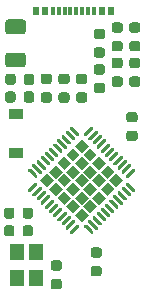
<source format=gtp>
G04 #@! TF.GenerationSoftware,KiCad,Pcbnew,(5.1.6)-1*
G04 #@! TF.CreationDate,2020-10-17T23:14:51+08:00*
G04 #@! TF.ProjectId,Alvaro,416c7661-726f-42e6-9b69-6361645f7063,C*
G04 #@! TF.SameCoordinates,Original*
G04 #@! TF.FileFunction,Paste,Top*
G04 #@! TF.FilePolarity,Positive*
%FSLAX46Y46*%
G04 Gerber Fmt 4.6, Leading zero omitted, Abs format (unit mm)*
G04 Created by KiCad (PCBNEW (5.1.6)-1) date 2020-10-17 23:14:51*
%MOMM*%
%LPD*%
G01*
G04 APERTURE LIST*
%ADD10R,0.300000X0.800000*%
%ADD11R,0.540000X0.800000*%
%ADD12R,1.200000X0.900000*%
%ADD13C,0.100000*%
%ADD14R,1.200000X1.400000*%
G04 APERTURE END LIST*
G36*
G01*
X26675000Y-36493750D02*
X26675000Y-37006250D01*
G75*
G02*
X26456250Y-37225000I-218750J0D01*
G01*
X26018750Y-37225000D01*
G75*
G02*
X25800000Y-37006250I0J218750D01*
G01*
X25800000Y-36493750D01*
G75*
G02*
X26018750Y-36275000I218750J0D01*
G01*
X26456250Y-36275000D01*
G75*
G02*
X26675000Y-36493750I0J-218750D01*
G01*
G37*
G36*
G01*
X25100000Y-36493750D02*
X25100000Y-37006250D01*
G75*
G02*
X24881250Y-37225000I-218750J0D01*
G01*
X24443750Y-37225000D01*
G75*
G02*
X24225000Y-37006250I0J218750D01*
G01*
X24225000Y-36493750D01*
G75*
G02*
X24443750Y-36275000I218750J0D01*
G01*
X24881250Y-36275000D01*
G75*
G02*
X25100000Y-36493750I0J-218750D01*
G01*
G37*
G36*
G01*
X35456250Y-34300000D02*
X34943750Y-34300000D01*
G75*
G02*
X34725000Y-34081250I0J218750D01*
G01*
X34725000Y-33643750D01*
G75*
G02*
X34943750Y-33425000I218750J0D01*
G01*
X35456250Y-33425000D01*
G75*
G02*
X35675000Y-33643750I0J-218750D01*
G01*
X35675000Y-34081250D01*
G75*
G02*
X35456250Y-34300000I-218750J0D01*
G01*
G37*
G36*
G01*
X35456250Y-35875000D02*
X34943750Y-35875000D01*
G75*
G02*
X34725000Y-35656250I0J218750D01*
G01*
X34725000Y-35218750D01*
G75*
G02*
X34943750Y-35000000I218750J0D01*
G01*
X35456250Y-35000000D01*
G75*
G02*
X35675000Y-35218750I0J-218750D01*
G01*
X35675000Y-35656250D01*
G75*
G02*
X35456250Y-35875000I-218750J0D01*
G01*
G37*
G36*
G01*
X25725000Y-31425000D02*
X24475000Y-31425000D01*
G75*
G02*
X24225000Y-31175000I0J250000D01*
G01*
X24225000Y-30425000D01*
G75*
G02*
X24475000Y-30175000I250000J0D01*
G01*
X25725000Y-30175000D01*
G75*
G02*
X25975000Y-30425000I0J-250000D01*
G01*
X25975000Y-31175000D01*
G75*
G02*
X25725000Y-31425000I-250000J0D01*
G01*
G37*
G36*
G01*
X25725000Y-34225000D02*
X24475000Y-34225000D01*
G75*
G02*
X24225000Y-33975000I0J250000D01*
G01*
X24225000Y-33225000D01*
G75*
G02*
X24475000Y-32975000I250000J0D01*
G01*
X25725000Y-32975000D01*
G75*
G02*
X25975000Y-33225000I0J-250000D01*
G01*
X25975000Y-33975000D01*
G75*
G02*
X25725000Y-34225000I-250000J0D01*
G01*
G37*
D10*
X31758000Y-29500000D03*
X28750000Y-29500000D03*
D11*
X26800000Y-29500000D03*
X33200000Y-29500000D03*
X32400000Y-29500000D03*
X27600000Y-29500000D03*
D10*
X29250000Y-29500000D03*
X30750000Y-29500000D03*
X29750000Y-29500000D03*
X30250000Y-29500000D03*
X31250000Y-29500000D03*
X28250000Y-29500000D03*
D12*
X25100000Y-38200000D03*
X25100000Y-41500000D03*
D13*
G36*
X30113101Y-46713280D02*
G01*
X30700000Y-46126381D01*
X31286899Y-46713280D01*
X30700000Y-47300179D01*
X30113101Y-46713280D01*
G37*
G36*
X30841421Y-45984960D02*
G01*
X31428320Y-45398061D01*
X32015219Y-45984960D01*
X31428320Y-46571859D01*
X30841421Y-45984960D01*
G37*
G36*
X31569741Y-45256640D02*
G01*
X32156640Y-44669741D01*
X32743539Y-45256640D01*
X32156640Y-45843539D01*
X31569741Y-45256640D01*
G37*
G36*
X32298061Y-44528320D02*
G01*
X32884960Y-43941421D01*
X33471859Y-44528320D01*
X32884960Y-45115219D01*
X32298061Y-44528320D01*
G37*
G36*
X33026381Y-43800000D02*
G01*
X33613280Y-43213101D01*
X34200179Y-43800000D01*
X33613280Y-44386899D01*
X33026381Y-43800000D01*
G37*
G36*
X29384781Y-45984960D02*
G01*
X29971680Y-45398061D01*
X30558579Y-45984960D01*
X29971680Y-46571859D01*
X29384781Y-45984960D01*
G37*
G36*
X30113101Y-45256640D02*
G01*
X30700000Y-44669741D01*
X31286899Y-45256640D01*
X30700000Y-45843539D01*
X30113101Y-45256640D01*
G37*
G36*
X30841421Y-44528320D02*
G01*
X31428320Y-43941421D01*
X32015219Y-44528320D01*
X31428320Y-45115219D01*
X30841421Y-44528320D01*
G37*
G36*
X31569741Y-43800000D02*
G01*
X32156640Y-43213101D01*
X32743539Y-43800000D01*
X32156640Y-44386899D01*
X31569741Y-43800000D01*
G37*
G36*
X32298061Y-43071680D02*
G01*
X32884960Y-42484781D01*
X33471859Y-43071680D01*
X32884960Y-43658579D01*
X32298061Y-43071680D01*
G37*
G36*
X28656461Y-45256640D02*
G01*
X29243360Y-44669741D01*
X29830259Y-45256640D01*
X29243360Y-45843539D01*
X28656461Y-45256640D01*
G37*
G36*
X29384781Y-44528320D02*
G01*
X29971680Y-43941421D01*
X30558579Y-44528320D01*
X29971680Y-45115219D01*
X29384781Y-44528320D01*
G37*
G36*
X30113101Y-43800000D02*
G01*
X30700000Y-43213101D01*
X31286899Y-43800000D01*
X30700000Y-44386899D01*
X30113101Y-43800000D01*
G37*
G36*
X30841421Y-43071680D02*
G01*
X31428320Y-42484781D01*
X32015219Y-43071680D01*
X31428320Y-43658579D01*
X30841421Y-43071680D01*
G37*
G36*
X31569741Y-42343360D02*
G01*
X32156640Y-41756461D01*
X32743539Y-42343360D01*
X32156640Y-42930259D01*
X31569741Y-42343360D01*
G37*
G36*
X27928141Y-44528320D02*
G01*
X28515040Y-43941421D01*
X29101939Y-44528320D01*
X28515040Y-45115219D01*
X27928141Y-44528320D01*
G37*
G36*
X28656461Y-43800000D02*
G01*
X29243360Y-43213101D01*
X29830259Y-43800000D01*
X29243360Y-44386899D01*
X28656461Y-43800000D01*
G37*
G36*
X29384781Y-43071680D02*
G01*
X29971680Y-42484781D01*
X30558579Y-43071680D01*
X29971680Y-43658579D01*
X29384781Y-43071680D01*
G37*
G36*
X30113101Y-42343360D02*
G01*
X30700000Y-41756461D01*
X31286899Y-42343360D01*
X30700000Y-42930259D01*
X30113101Y-42343360D01*
G37*
G36*
X30841421Y-41615040D02*
G01*
X31428320Y-41028141D01*
X32015219Y-41615040D01*
X31428320Y-42201939D01*
X30841421Y-41615040D01*
G37*
G36*
X27199821Y-43800000D02*
G01*
X27786720Y-43213101D01*
X28373619Y-43800000D01*
X27786720Y-44386899D01*
X27199821Y-43800000D01*
G37*
G36*
X27928141Y-43071680D02*
G01*
X28515040Y-42484781D01*
X29101939Y-43071680D01*
X28515040Y-43658579D01*
X27928141Y-43071680D01*
G37*
G36*
X28656461Y-42343360D02*
G01*
X29243360Y-41756461D01*
X29830259Y-42343360D01*
X29243360Y-42930259D01*
X28656461Y-42343360D01*
G37*
G36*
X29384781Y-41615040D02*
G01*
X29971680Y-41028141D01*
X30558579Y-41615040D01*
X29971680Y-42201939D01*
X29384781Y-41615040D01*
G37*
G36*
X30113101Y-40886720D02*
G01*
X30700000Y-40299821D01*
X31286899Y-40886720D01*
X30700000Y-41473619D01*
X30113101Y-40886720D01*
G37*
G36*
G01*
X30912132Y-40052334D02*
X30912132Y-40052334D01*
G75*
G02*
X30912132Y-39840202I106066J106066D01*
G01*
X31477818Y-39274516D01*
G75*
G02*
X31689950Y-39274516I106066J-106066D01*
G01*
X31689950Y-39274516D01*
G75*
G02*
X31689950Y-39486648I-106066J-106066D01*
G01*
X31124264Y-40052334D01*
G75*
G02*
X30912132Y-40052334I-106066J106066D01*
G01*
G37*
G36*
G01*
X31265685Y-40405888D02*
X31265685Y-40405888D01*
G75*
G02*
X31265685Y-40193756I106066J106066D01*
G01*
X31831371Y-39628070D01*
G75*
G02*
X32043503Y-39628070I106066J-106066D01*
G01*
X32043503Y-39628070D01*
G75*
G02*
X32043503Y-39840202I-106066J-106066D01*
G01*
X31477817Y-40405888D01*
G75*
G02*
X31265685Y-40405888I-106066J106066D01*
G01*
G37*
G36*
G01*
X31619239Y-40759441D02*
X31619239Y-40759441D01*
G75*
G02*
X31619239Y-40547309I106066J106066D01*
G01*
X32184925Y-39981623D01*
G75*
G02*
X32397057Y-39981623I106066J-106066D01*
G01*
X32397057Y-39981623D01*
G75*
G02*
X32397057Y-40193755I-106066J-106066D01*
G01*
X31831371Y-40759441D01*
G75*
G02*
X31619239Y-40759441I-106066J106066D01*
G01*
G37*
G36*
G01*
X31972792Y-41112995D02*
X31972792Y-41112995D01*
G75*
G02*
X31972792Y-40900863I106066J106066D01*
G01*
X32538478Y-40335177D01*
G75*
G02*
X32750610Y-40335177I106066J-106066D01*
G01*
X32750610Y-40335177D01*
G75*
G02*
X32750610Y-40547309I-106066J-106066D01*
G01*
X32184924Y-41112995D01*
G75*
G02*
X31972792Y-41112995I-106066J106066D01*
G01*
G37*
G36*
G01*
X32326345Y-41466548D02*
X32326345Y-41466548D01*
G75*
G02*
X32326345Y-41254416I106066J106066D01*
G01*
X32892031Y-40688730D01*
G75*
G02*
X33104163Y-40688730I106066J-106066D01*
G01*
X33104163Y-40688730D01*
G75*
G02*
X33104163Y-40900862I-106066J-106066D01*
G01*
X32538477Y-41466548D01*
G75*
G02*
X32326345Y-41466548I-106066J106066D01*
G01*
G37*
G36*
G01*
X32679899Y-41820101D02*
X32679899Y-41820101D01*
G75*
G02*
X32679899Y-41607969I106066J106066D01*
G01*
X33245585Y-41042283D01*
G75*
G02*
X33457717Y-41042283I106066J-106066D01*
G01*
X33457717Y-41042283D01*
G75*
G02*
X33457717Y-41254415I-106066J-106066D01*
G01*
X32892031Y-41820101D01*
G75*
G02*
X32679899Y-41820101I-106066J106066D01*
G01*
G37*
G36*
G01*
X33033452Y-42173655D02*
X33033452Y-42173655D01*
G75*
G02*
X33033452Y-41961523I106066J106066D01*
G01*
X33599138Y-41395837D01*
G75*
G02*
X33811270Y-41395837I106066J-106066D01*
G01*
X33811270Y-41395837D01*
G75*
G02*
X33811270Y-41607969I-106066J-106066D01*
G01*
X33245584Y-42173655D01*
G75*
G02*
X33033452Y-42173655I-106066J106066D01*
G01*
G37*
G36*
G01*
X33387005Y-42527208D02*
X33387005Y-42527208D01*
G75*
G02*
X33387005Y-42315076I106066J106066D01*
G01*
X33952691Y-41749390D01*
G75*
G02*
X34164823Y-41749390I106066J-106066D01*
G01*
X34164823Y-41749390D01*
G75*
G02*
X34164823Y-41961522I-106066J-106066D01*
G01*
X33599137Y-42527208D01*
G75*
G02*
X33387005Y-42527208I-106066J106066D01*
G01*
G37*
G36*
G01*
X33740559Y-42880761D02*
X33740559Y-42880761D01*
G75*
G02*
X33740559Y-42668629I106066J106066D01*
G01*
X34306245Y-42102943D01*
G75*
G02*
X34518377Y-42102943I106066J-106066D01*
G01*
X34518377Y-42102943D01*
G75*
G02*
X34518377Y-42315075I-106066J-106066D01*
G01*
X33952691Y-42880761D01*
G75*
G02*
X33740559Y-42880761I-106066J106066D01*
G01*
G37*
G36*
G01*
X34094112Y-43234315D02*
X34094112Y-43234315D01*
G75*
G02*
X34094112Y-43022183I106066J106066D01*
G01*
X34659798Y-42456497D01*
G75*
G02*
X34871930Y-42456497I106066J-106066D01*
G01*
X34871930Y-42456497D01*
G75*
G02*
X34871930Y-42668629I-106066J-106066D01*
G01*
X34306244Y-43234315D01*
G75*
G02*
X34094112Y-43234315I-106066J106066D01*
G01*
G37*
G36*
G01*
X34447666Y-43587868D02*
X34447666Y-43587868D01*
G75*
G02*
X34447666Y-43375736I106066J106066D01*
G01*
X35013352Y-42810050D01*
G75*
G02*
X35225484Y-42810050I106066J-106066D01*
G01*
X35225484Y-42810050D01*
G75*
G02*
X35225484Y-43022182I-106066J-106066D01*
G01*
X34659798Y-43587868D01*
G75*
G02*
X34447666Y-43587868I-106066J106066D01*
G01*
G37*
G36*
G01*
X34447666Y-44012132D02*
X34447666Y-44012132D01*
G75*
G02*
X34659798Y-44012132I106066J-106066D01*
G01*
X35225484Y-44577818D01*
G75*
G02*
X35225484Y-44789950I-106066J-106066D01*
G01*
X35225484Y-44789950D01*
G75*
G02*
X35013352Y-44789950I-106066J106066D01*
G01*
X34447666Y-44224264D01*
G75*
G02*
X34447666Y-44012132I106066J106066D01*
G01*
G37*
G36*
G01*
X34094112Y-44365685D02*
X34094112Y-44365685D01*
G75*
G02*
X34306244Y-44365685I106066J-106066D01*
G01*
X34871930Y-44931371D01*
G75*
G02*
X34871930Y-45143503I-106066J-106066D01*
G01*
X34871930Y-45143503D01*
G75*
G02*
X34659798Y-45143503I-106066J106066D01*
G01*
X34094112Y-44577817D01*
G75*
G02*
X34094112Y-44365685I106066J106066D01*
G01*
G37*
G36*
G01*
X33740559Y-44719239D02*
X33740559Y-44719239D01*
G75*
G02*
X33952691Y-44719239I106066J-106066D01*
G01*
X34518377Y-45284925D01*
G75*
G02*
X34518377Y-45497057I-106066J-106066D01*
G01*
X34518377Y-45497057D01*
G75*
G02*
X34306245Y-45497057I-106066J106066D01*
G01*
X33740559Y-44931371D01*
G75*
G02*
X33740559Y-44719239I106066J106066D01*
G01*
G37*
G36*
G01*
X33387005Y-45072792D02*
X33387005Y-45072792D01*
G75*
G02*
X33599137Y-45072792I106066J-106066D01*
G01*
X34164823Y-45638478D01*
G75*
G02*
X34164823Y-45850610I-106066J-106066D01*
G01*
X34164823Y-45850610D01*
G75*
G02*
X33952691Y-45850610I-106066J106066D01*
G01*
X33387005Y-45284924D01*
G75*
G02*
X33387005Y-45072792I106066J106066D01*
G01*
G37*
G36*
G01*
X33033452Y-45426345D02*
X33033452Y-45426345D01*
G75*
G02*
X33245584Y-45426345I106066J-106066D01*
G01*
X33811270Y-45992031D01*
G75*
G02*
X33811270Y-46204163I-106066J-106066D01*
G01*
X33811270Y-46204163D01*
G75*
G02*
X33599138Y-46204163I-106066J106066D01*
G01*
X33033452Y-45638477D01*
G75*
G02*
X33033452Y-45426345I106066J106066D01*
G01*
G37*
G36*
G01*
X32679899Y-45779899D02*
X32679899Y-45779899D01*
G75*
G02*
X32892031Y-45779899I106066J-106066D01*
G01*
X33457717Y-46345585D01*
G75*
G02*
X33457717Y-46557717I-106066J-106066D01*
G01*
X33457717Y-46557717D01*
G75*
G02*
X33245585Y-46557717I-106066J106066D01*
G01*
X32679899Y-45992031D01*
G75*
G02*
X32679899Y-45779899I106066J106066D01*
G01*
G37*
G36*
G01*
X32326345Y-46133452D02*
X32326345Y-46133452D01*
G75*
G02*
X32538477Y-46133452I106066J-106066D01*
G01*
X33104163Y-46699138D01*
G75*
G02*
X33104163Y-46911270I-106066J-106066D01*
G01*
X33104163Y-46911270D01*
G75*
G02*
X32892031Y-46911270I-106066J106066D01*
G01*
X32326345Y-46345584D01*
G75*
G02*
X32326345Y-46133452I106066J106066D01*
G01*
G37*
G36*
G01*
X31972792Y-46487005D02*
X31972792Y-46487005D01*
G75*
G02*
X32184924Y-46487005I106066J-106066D01*
G01*
X32750610Y-47052691D01*
G75*
G02*
X32750610Y-47264823I-106066J-106066D01*
G01*
X32750610Y-47264823D01*
G75*
G02*
X32538478Y-47264823I-106066J106066D01*
G01*
X31972792Y-46699137D01*
G75*
G02*
X31972792Y-46487005I106066J106066D01*
G01*
G37*
G36*
G01*
X31619239Y-46840559D02*
X31619239Y-46840559D01*
G75*
G02*
X31831371Y-46840559I106066J-106066D01*
G01*
X32397057Y-47406245D01*
G75*
G02*
X32397057Y-47618377I-106066J-106066D01*
G01*
X32397057Y-47618377D01*
G75*
G02*
X32184925Y-47618377I-106066J106066D01*
G01*
X31619239Y-47052691D01*
G75*
G02*
X31619239Y-46840559I106066J106066D01*
G01*
G37*
G36*
G01*
X31265685Y-47194112D02*
X31265685Y-47194112D01*
G75*
G02*
X31477817Y-47194112I106066J-106066D01*
G01*
X32043503Y-47759798D01*
G75*
G02*
X32043503Y-47971930I-106066J-106066D01*
G01*
X32043503Y-47971930D01*
G75*
G02*
X31831371Y-47971930I-106066J106066D01*
G01*
X31265685Y-47406244D01*
G75*
G02*
X31265685Y-47194112I106066J106066D01*
G01*
G37*
G36*
G01*
X30912132Y-47547666D02*
X30912132Y-47547666D01*
G75*
G02*
X31124264Y-47547666I106066J-106066D01*
G01*
X31689950Y-48113352D01*
G75*
G02*
X31689950Y-48325484I-106066J-106066D01*
G01*
X31689950Y-48325484D01*
G75*
G02*
X31477818Y-48325484I-106066J106066D01*
G01*
X30912132Y-47759798D01*
G75*
G02*
X30912132Y-47547666I106066J106066D01*
G01*
G37*
G36*
G01*
X29710050Y-48325484D02*
X29710050Y-48325484D01*
G75*
G02*
X29710050Y-48113352I106066J106066D01*
G01*
X30275736Y-47547666D01*
G75*
G02*
X30487868Y-47547666I106066J-106066D01*
G01*
X30487868Y-47547666D01*
G75*
G02*
X30487868Y-47759798I-106066J-106066D01*
G01*
X29922182Y-48325484D01*
G75*
G02*
X29710050Y-48325484I-106066J106066D01*
G01*
G37*
G36*
G01*
X29356497Y-47971930D02*
X29356497Y-47971930D01*
G75*
G02*
X29356497Y-47759798I106066J106066D01*
G01*
X29922183Y-47194112D01*
G75*
G02*
X30134315Y-47194112I106066J-106066D01*
G01*
X30134315Y-47194112D01*
G75*
G02*
X30134315Y-47406244I-106066J-106066D01*
G01*
X29568629Y-47971930D01*
G75*
G02*
X29356497Y-47971930I-106066J106066D01*
G01*
G37*
G36*
G01*
X29002943Y-47618377D02*
X29002943Y-47618377D01*
G75*
G02*
X29002943Y-47406245I106066J106066D01*
G01*
X29568629Y-46840559D01*
G75*
G02*
X29780761Y-46840559I106066J-106066D01*
G01*
X29780761Y-46840559D01*
G75*
G02*
X29780761Y-47052691I-106066J-106066D01*
G01*
X29215075Y-47618377D01*
G75*
G02*
X29002943Y-47618377I-106066J106066D01*
G01*
G37*
G36*
G01*
X28649390Y-47264823D02*
X28649390Y-47264823D01*
G75*
G02*
X28649390Y-47052691I106066J106066D01*
G01*
X29215076Y-46487005D01*
G75*
G02*
X29427208Y-46487005I106066J-106066D01*
G01*
X29427208Y-46487005D01*
G75*
G02*
X29427208Y-46699137I-106066J-106066D01*
G01*
X28861522Y-47264823D01*
G75*
G02*
X28649390Y-47264823I-106066J106066D01*
G01*
G37*
G36*
G01*
X28295837Y-46911270D02*
X28295837Y-46911270D01*
G75*
G02*
X28295837Y-46699138I106066J106066D01*
G01*
X28861523Y-46133452D01*
G75*
G02*
X29073655Y-46133452I106066J-106066D01*
G01*
X29073655Y-46133452D01*
G75*
G02*
X29073655Y-46345584I-106066J-106066D01*
G01*
X28507969Y-46911270D01*
G75*
G02*
X28295837Y-46911270I-106066J106066D01*
G01*
G37*
G36*
G01*
X27942283Y-46557717D02*
X27942283Y-46557717D01*
G75*
G02*
X27942283Y-46345585I106066J106066D01*
G01*
X28507969Y-45779899D01*
G75*
G02*
X28720101Y-45779899I106066J-106066D01*
G01*
X28720101Y-45779899D01*
G75*
G02*
X28720101Y-45992031I-106066J-106066D01*
G01*
X28154415Y-46557717D01*
G75*
G02*
X27942283Y-46557717I-106066J106066D01*
G01*
G37*
G36*
G01*
X27588730Y-46204163D02*
X27588730Y-46204163D01*
G75*
G02*
X27588730Y-45992031I106066J106066D01*
G01*
X28154416Y-45426345D01*
G75*
G02*
X28366548Y-45426345I106066J-106066D01*
G01*
X28366548Y-45426345D01*
G75*
G02*
X28366548Y-45638477I-106066J-106066D01*
G01*
X27800862Y-46204163D01*
G75*
G02*
X27588730Y-46204163I-106066J106066D01*
G01*
G37*
G36*
G01*
X27235177Y-45850610D02*
X27235177Y-45850610D01*
G75*
G02*
X27235177Y-45638478I106066J106066D01*
G01*
X27800863Y-45072792D01*
G75*
G02*
X28012995Y-45072792I106066J-106066D01*
G01*
X28012995Y-45072792D01*
G75*
G02*
X28012995Y-45284924I-106066J-106066D01*
G01*
X27447309Y-45850610D01*
G75*
G02*
X27235177Y-45850610I-106066J106066D01*
G01*
G37*
G36*
G01*
X26881623Y-45497057D02*
X26881623Y-45497057D01*
G75*
G02*
X26881623Y-45284925I106066J106066D01*
G01*
X27447309Y-44719239D01*
G75*
G02*
X27659441Y-44719239I106066J-106066D01*
G01*
X27659441Y-44719239D01*
G75*
G02*
X27659441Y-44931371I-106066J-106066D01*
G01*
X27093755Y-45497057D01*
G75*
G02*
X26881623Y-45497057I-106066J106066D01*
G01*
G37*
G36*
G01*
X26528070Y-45143503D02*
X26528070Y-45143503D01*
G75*
G02*
X26528070Y-44931371I106066J106066D01*
G01*
X27093756Y-44365685D01*
G75*
G02*
X27305888Y-44365685I106066J-106066D01*
G01*
X27305888Y-44365685D01*
G75*
G02*
X27305888Y-44577817I-106066J-106066D01*
G01*
X26740202Y-45143503D01*
G75*
G02*
X26528070Y-45143503I-106066J106066D01*
G01*
G37*
G36*
G01*
X26174516Y-44789950D02*
X26174516Y-44789950D01*
G75*
G02*
X26174516Y-44577818I106066J106066D01*
G01*
X26740202Y-44012132D01*
G75*
G02*
X26952334Y-44012132I106066J-106066D01*
G01*
X26952334Y-44012132D01*
G75*
G02*
X26952334Y-44224264I-106066J-106066D01*
G01*
X26386648Y-44789950D01*
G75*
G02*
X26174516Y-44789950I-106066J106066D01*
G01*
G37*
G36*
G01*
X26174516Y-42810050D02*
X26174516Y-42810050D01*
G75*
G02*
X26386648Y-42810050I106066J-106066D01*
G01*
X26952334Y-43375736D01*
G75*
G02*
X26952334Y-43587868I-106066J-106066D01*
G01*
X26952334Y-43587868D01*
G75*
G02*
X26740202Y-43587868I-106066J106066D01*
G01*
X26174516Y-43022182D01*
G75*
G02*
X26174516Y-42810050I106066J106066D01*
G01*
G37*
G36*
G01*
X26528070Y-42456497D02*
X26528070Y-42456497D01*
G75*
G02*
X26740202Y-42456497I106066J-106066D01*
G01*
X27305888Y-43022183D01*
G75*
G02*
X27305888Y-43234315I-106066J-106066D01*
G01*
X27305888Y-43234315D01*
G75*
G02*
X27093756Y-43234315I-106066J106066D01*
G01*
X26528070Y-42668629D01*
G75*
G02*
X26528070Y-42456497I106066J106066D01*
G01*
G37*
G36*
G01*
X26881623Y-42102943D02*
X26881623Y-42102943D01*
G75*
G02*
X27093755Y-42102943I106066J-106066D01*
G01*
X27659441Y-42668629D01*
G75*
G02*
X27659441Y-42880761I-106066J-106066D01*
G01*
X27659441Y-42880761D01*
G75*
G02*
X27447309Y-42880761I-106066J106066D01*
G01*
X26881623Y-42315075D01*
G75*
G02*
X26881623Y-42102943I106066J106066D01*
G01*
G37*
G36*
G01*
X27235177Y-41749390D02*
X27235177Y-41749390D01*
G75*
G02*
X27447309Y-41749390I106066J-106066D01*
G01*
X28012995Y-42315076D01*
G75*
G02*
X28012995Y-42527208I-106066J-106066D01*
G01*
X28012995Y-42527208D01*
G75*
G02*
X27800863Y-42527208I-106066J106066D01*
G01*
X27235177Y-41961522D01*
G75*
G02*
X27235177Y-41749390I106066J106066D01*
G01*
G37*
G36*
G01*
X27588730Y-41395837D02*
X27588730Y-41395837D01*
G75*
G02*
X27800862Y-41395837I106066J-106066D01*
G01*
X28366548Y-41961523D01*
G75*
G02*
X28366548Y-42173655I-106066J-106066D01*
G01*
X28366548Y-42173655D01*
G75*
G02*
X28154416Y-42173655I-106066J106066D01*
G01*
X27588730Y-41607969D01*
G75*
G02*
X27588730Y-41395837I106066J106066D01*
G01*
G37*
G36*
G01*
X27942283Y-41042283D02*
X27942283Y-41042283D01*
G75*
G02*
X28154415Y-41042283I106066J-106066D01*
G01*
X28720101Y-41607969D01*
G75*
G02*
X28720101Y-41820101I-106066J-106066D01*
G01*
X28720101Y-41820101D01*
G75*
G02*
X28507969Y-41820101I-106066J106066D01*
G01*
X27942283Y-41254415D01*
G75*
G02*
X27942283Y-41042283I106066J106066D01*
G01*
G37*
G36*
G01*
X28295837Y-40688730D02*
X28295837Y-40688730D01*
G75*
G02*
X28507969Y-40688730I106066J-106066D01*
G01*
X29073655Y-41254416D01*
G75*
G02*
X29073655Y-41466548I-106066J-106066D01*
G01*
X29073655Y-41466548D01*
G75*
G02*
X28861523Y-41466548I-106066J106066D01*
G01*
X28295837Y-40900862D01*
G75*
G02*
X28295837Y-40688730I106066J106066D01*
G01*
G37*
G36*
G01*
X28649390Y-40335177D02*
X28649390Y-40335177D01*
G75*
G02*
X28861522Y-40335177I106066J-106066D01*
G01*
X29427208Y-40900863D01*
G75*
G02*
X29427208Y-41112995I-106066J-106066D01*
G01*
X29427208Y-41112995D01*
G75*
G02*
X29215076Y-41112995I-106066J106066D01*
G01*
X28649390Y-40547309D01*
G75*
G02*
X28649390Y-40335177I106066J106066D01*
G01*
G37*
G36*
G01*
X29002943Y-39981623D02*
X29002943Y-39981623D01*
G75*
G02*
X29215075Y-39981623I106066J-106066D01*
G01*
X29780761Y-40547309D01*
G75*
G02*
X29780761Y-40759441I-106066J-106066D01*
G01*
X29780761Y-40759441D01*
G75*
G02*
X29568629Y-40759441I-106066J106066D01*
G01*
X29002943Y-40193755D01*
G75*
G02*
X29002943Y-39981623I106066J106066D01*
G01*
G37*
G36*
G01*
X29356497Y-39628070D02*
X29356497Y-39628070D01*
G75*
G02*
X29568629Y-39628070I106066J-106066D01*
G01*
X30134315Y-40193756D01*
G75*
G02*
X30134315Y-40405888I-106066J-106066D01*
G01*
X30134315Y-40405888D01*
G75*
G02*
X29922183Y-40405888I-106066J106066D01*
G01*
X29356497Y-39840202D01*
G75*
G02*
X29356497Y-39628070I106066J106066D01*
G01*
G37*
G36*
G01*
X29710050Y-39274516D02*
X29710050Y-39274516D01*
G75*
G02*
X29922182Y-39274516I106066J-106066D01*
G01*
X30487868Y-39840202D01*
G75*
G02*
X30487868Y-40052334I-106066J-106066D01*
G01*
X30487868Y-40052334D01*
G75*
G02*
X30275736Y-40052334I-106066J106066D01*
G01*
X29710050Y-39486648D01*
G75*
G02*
X29710050Y-39274516I106066J106066D01*
G01*
G37*
G36*
G01*
X24225000Y-35506250D02*
X24225000Y-34993750D01*
G75*
G02*
X24443750Y-34775000I218750J0D01*
G01*
X24881250Y-34775000D01*
G75*
G02*
X25100000Y-34993750I0J-218750D01*
G01*
X25100000Y-35506250D01*
G75*
G02*
X24881250Y-35725000I-218750J0D01*
G01*
X24443750Y-35725000D01*
G75*
G02*
X24225000Y-35506250I0J218750D01*
G01*
G37*
G36*
G01*
X25800000Y-35506250D02*
X25800000Y-34993750D01*
G75*
G02*
X26018750Y-34775000I218750J0D01*
G01*
X26456250Y-34775000D01*
G75*
G02*
X26675000Y-34993750I0J-218750D01*
G01*
X26675000Y-35506250D01*
G75*
G02*
X26456250Y-35725000I-218750J0D01*
G01*
X26018750Y-35725000D01*
G75*
G02*
X25800000Y-35506250I0J218750D01*
G01*
G37*
G36*
G01*
X30956250Y-35650000D02*
X30443750Y-35650000D01*
G75*
G02*
X30225000Y-35431250I0J218750D01*
G01*
X30225000Y-34993750D01*
G75*
G02*
X30443750Y-34775000I218750J0D01*
G01*
X30956250Y-34775000D01*
G75*
G02*
X31175000Y-34993750I0J-218750D01*
G01*
X31175000Y-35431250D01*
G75*
G02*
X30956250Y-35650000I-218750J0D01*
G01*
G37*
G36*
G01*
X30956250Y-37225000D02*
X30443750Y-37225000D01*
G75*
G02*
X30225000Y-37006250I0J218750D01*
G01*
X30225000Y-36568750D01*
G75*
G02*
X30443750Y-36350000I218750J0D01*
G01*
X30956250Y-36350000D01*
G75*
G02*
X31175000Y-36568750I0J-218750D01*
G01*
X31175000Y-37006250D01*
G75*
G02*
X30956250Y-37225000I-218750J0D01*
G01*
G37*
G36*
G01*
X29456250Y-35650000D02*
X28943750Y-35650000D01*
G75*
G02*
X28725000Y-35431250I0J218750D01*
G01*
X28725000Y-34993750D01*
G75*
G02*
X28943750Y-34775000I218750J0D01*
G01*
X29456250Y-34775000D01*
G75*
G02*
X29675000Y-34993750I0J-218750D01*
G01*
X29675000Y-35431250D01*
G75*
G02*
X29456250Y-35650000I-218750J0D01*
G01*
G37*
G36*
G01*
X29456250Y-37225000D02*
X28943750Y-37225000D01*
G75*
G02*
X28725000Y-37006250I0J218750D01*
G01*
X28725000Y-36568750D01*
G75*
G02*
X28943750Y-36350000I218750J0D01*
G01*
X29456250Y-36350000D01*
G75*
G02*
X29675000Y-36568750I0J-218750D01*
G01*
X29675000Y-37006250D01*
G75*
G02*
X29456250Y-37225000I-218750J0D01*
G01*
G37*
G36*
G01*
X34943750Y-30425000D02*
X35456250Y-30425000D01*
G75*
G02*
X35675000Y-30643750I0J-218750D01*
G01*
X35675000Y-31081250D01*
G75*
G02*
X35456250Y-31300000I-218750J0D01*
G01*
X34943750Y-31300000D01*
G75*
G02*
X34725000Y-31081250I0J218750D01*
G01*
X34725000Y-30643750D01*
G75*
G02*
X34943750Y-30425000I218750J0D01*
G01*
G37*
G36*
G01*
X34943750Y-32000000D02*
X35456250Y-32000000D01*
G75*
G02*
X35675000Y-32218750I0J-218750D01*
G01*
X35675000Y-32656250D01*
G75*
G02*
X35456250Y-32875000I-218750J0D01*
G01*
X34943750Y-32875000D01*
G75*
G02*
X34725000Y-32656250I0J218750D01*
G01*
X34725000Y-32218750D01*
G75*
G02*
X34943750Y-32000000I218750J0D01*
G01*
G37*
G36*
G01*
X33956250Y-32875000D02*
X33443750Y-32875000D01*
G75*
G02*
X33225000Y-32656250I0J218750D01*
G01*
X33225000Y-32218750D01*
G75*
G02*
X33443750Y-32000000I218750J0D01*
G01*
X33956250Y-32000000D01*
G75*
G02*
X34175000Y-32218750I0J-218750D01*
G01*
X34175000Y-32656250D01*
G75*
G02*
X33956250Y-32875000I-218750J0D01*
G01*
G37*
G36*
G01*
X33956250Y-31300000D02*
X33443750Y-31300000D01*
G75*
G02*
X33225000Y-31081250I0J218750D01*
G01*
X33225000Y-30643750D01*
G75*
G02*
X33443750Y-30425000I218750J0D01*
G01*
X33956250Y-30425000D01*
G75*
G02*
X34175000Y-30643750I0J-218750D01*
G01*
X34175000Y-31081250D01*
G75*
G02*
X33956250Y-31300000I-218750J0D01*
G01*
G37*
G36*
G01*
X32456250Y-31850000D02*
X31943750Y-31850000D01*
G75*
G02*
X31725000Y-31631250I0J218750D01*
G01*
X31725000Y-31193750D01*
G75*
G02*
X31943750Y-30975000I218750J0D01*
G01*
X32456250Y-30975000D01*
G75*
G02*
X32675000Y-31193750I0J-218750D01*
G01*
X32675000Y-31631250D01*
G75*
G02*
X32456250Y-31850000I-218750J0D01*
G01*
G37*
G36*
G01*
X32456250Y-33425000D02*
X31943750Y-33425000D01*
G75*
G02*
X31725000Y-33206250I0J218750D01*
G01*
X31725000Y-32768750D01*
G75*
G02*
X31943750Y-32550000I218750J0D01*
G01*
X32456250Y-32550000D01*
G75*
G02*
X32675000Y-32768750I0J-218750D01*
G01*
X32675000Y-33206250D01*
G75*
G02*
X32456250Y-33425000I-218750J0D01*
G01*
G37*
G36*
G01*
X27956250Y-35650000D02*
X27443750Y-35650000D01*
G75*
G02*
X27225000Y-35431250I0J218750D01*
G01*
X27225000Y-34993750D01*
G75*
G02*
X27443750Y-34775000I218750J0D01*
G01*
X27956250Y-34775000D01*
G75*
G02*
X28175000Y-34993750I0J-218750D01*
G01*
X28175000Y-35431250D01*
G75*
G02*
X27956250Y-35650000I-218750J0D01*
G01*
G37*
G36*
G01*
X27956250Y-37225000D02*
X27443750Y-37225000D01*
G75*
G02*
X27225000Y-37006250I0J218750D01*
G01*
X27225000Y-36568750D01*
G75*
G02*
X27443750Y-36350000I218750J0D01*
G01*
X27956250Y-36350000D01*
G75*
G02*
X28175000Y-36568750I0J-218750D01*
G01*
X28175000Y-37006250D01*
G75*
G02*
X27956250Y-37225000I-218750J0D01*
G01*
G37*
G36*
G01*
X25700000Y-48331250D02*
X25700000Y-47818750D01*
G75*
G02*
X25918750Y-47600000I218750J0D01*
G01*
X26356250Y-47600000D01*
G75*
G02*
X26575000Y-47818750I0J-218750D01*
G01*
X26575000Y-48331250D01*
G75*
G02*
X26356250Y-48550000I-218750J0D01*
G01*
X25918750Y-48550000D01*
G75*
G02*
X25700000Y-48331250I0J218750D01*
G01*
G37*
G36*
G01*
X24125000Y-48331250D02*
X24125000Y-47818750D01*
G75*
G02*
X24343750Y-47600000I218750J0D01*
G01*
X24781250Y-47600000D01*
G75*
G02*
X25000000Y-47818750I0J-218750D01*
G01*
X25000000Y-48331250D01*
G75*
G02*
X24781250Y-48550000I-218750J0D01*
G01*
X24343750Y-48550000D01*
G75*
G02*
X24125000Y-48331250I0J218750D01*
G01*
G37*
G36*
G01*
X28806250Y-53025000D02*
X28293750Y-53025000D01*
G75*
G02*
X28075000Y-52806250I0J218750D01*
G01*
X28075000Y-52368750D01*
G75*
G02*
X28293750Y-52150000I218750J0D01*
G01*
X28806250Y-52150000D01*
G75*
G02*
X29025000Y-52368750I0J-218750D01*
G01*
X29025000Y-52806250D01*
G75*
G02*
X28806250Y-53025000I-218750J0D01*
G01*
G37*
G36*
G01*
X28806250Y-51450000D02*
X28293750Y-51450000D01*
G75*
G02*
X28075000Y-51231250I0J218750D01*
G01*
X28075000Y-50793750D01*
G75*
G02*
X28293750Y-50575000I218750J0D01*
G01*
X28806250Y-50575000D01*
G75*
G02*
X29025000Y-50793750I0J-218750D01*
G01*
X29025000Y-51231250D01*
G75*
G02*
X28806250Y-51450000I-218750J0D01*
G01*
G37*
G36*
G01*
X32456250Y-34850000D02*
X31943750Y-34850000D01*
G75*
G02*
X31725000Y-34631250I0J218750D01*
G01*
X31725000Y-34193750D01*
G75*
G02*
X31943750Y-33975000I218750J0D01*
G01*
X32456250Y-33975000D01*
G75*
G02*
X32675000Y-34193750I0J-218750D01*
G01*
X32675000Y-34631250D01*
G75*
G02*
X32456250Y-34850000I-218750J0D01*
G01*
G37*
G36*
G01*
X32456250Y-36425000D02*
X31943750Y-36425000D01*
G75*
G02*
X31725000Y-36206250I0J218750D01*
G01*
X31725000Y-35768750D01*
G75*
G02*
X31943750Y-35550000I218750J0D01*
G01*
X32456250Y-35550000D01*
G75*
G02*
X32675000Y-35768750I0J-218750D01*
G01*
X32675000Y-36206250D01*
G75*
G02*
X32456250Y-36425000I-218750J0D01*
G01*
G37*
G36*
G01*
X33956250Y-34300000D02*
X33443750Y-34300000D01*
G75*
G02*
X33225000Y-34081250I0J218750D01*
G01*
X33225000Y-33643750D01*
G75*
G02*
X33443750Y-33425000I218750J0D01*
G01*
X33956250Y-33425000D01*
G75*
G02*
X34175000Y-33643750I0J-218750D01*
G01*
X34175000Y-34081250D01*
G75*
G02*
X33956250Y-34300000I-218750J0D01*
G01*
G37*
G36*
G01*
X33956250Y-35875000D02*
X33443750Y-35875000D01*
G75*
G02*
X33225000Y-35656250I0J218750D01*
G01*
X33225000Y-35218750D01*
G75*
G02*
X33443750Y-35000000I218750J0D01*
G01*
X33956250Y-35000000D01*
G75*
G02*
X34175000Y-35218750I0J-218750D01*
G01*
X34175000Y-35656250D01*
G75*
G02*
X33956250Y-35875000I-218750J0D01*
G01*
G37*
G36*
G01*
X34693750Y-38025000D02*
X35206250Y-38025000D01*
G75*
G02*
X35425000Y-38243750I0J-218750D01*
G01*
X35425000Y-38681250D01*
G75*
G02*
X35206250Y-38900000I-218750J0D01*
G01*
X34693750Y-38900000D01*
G75*
G02*
X34475000Y-38681250I0J218750D01*
G01*
X34475000Y-38243750D01*
G75*
G02*
X34693750Y-38025000I218750J0D01*
G01*
G37*
G36*
G01*
X34693750Y-39600000D02*
X35206250Y-39600000D01*
G75*
G02*
X35425000Y-39818750I0J-218750D01*
G01*
X35425000Y-40256250D01*
G75*
G02*
X35206250Y-40475000I-218750J0D01*
G01*
X34693750Y-40475000D01*
G75*
G02*
X34475000Y-40256250I0J218750D01*
G01*
X34475000Y-39818750D01*
G75*
G02*
X34693750Y-39600000I218750J0D01*
G01*
G37*
G36*
G01*
X31668750Y-49475000D02*
X32181250Y-49475000D01*
G75*
G02*
X32400000Y-49693750I0J-218750D01*
G01*
X32400000Y-50131250D01*
G75*
G02*
X32181250Y-50350000I-218750J0D01*
G01*
X31668750Y-50350000D01*
G75*
G02*
X31450000Y-50131250I0J218750D01*
G01*
X31450000Y-49693750D01*
G75*
G02*
X31668750Y-49475000I218750J0D01*
G01*
G37*
G36*
G01*
X31668750Y-51050000D02*
X32181250Y-51050000D01*
G75*
G02*
X32400000Y-51268750I0J-218750D01*
G01*
X32400000Y-51706250D01*
G75*
G02*
X32181250Y-51925000I-218750J0D01*
G01*
X31668750Y-51925000D01*
G75*
G02*
X31450000Y-51706250I0J218750D01*
G01*
X31450000Y-51268750D01*
G75*
G02*
X31668750Y-51050000I218750J0D01*
G01*
G37*
G36*
G01*
X26575000Y-46318750D02*
X26575000Y-46831250D01*
G75*
G02*
X26356250Y-47050000I-218750J0D01*
G01*
X25918750Y-47050000D01*
G75*
G02*
X25700000Y-46831250I0J218750D01*
G01*
X25700000Y-46318750D01*
G75*
G02*
X25918750Y-46100000I218750J0D01*
G01*
X26356250Y-46100000D01*
G75*
G02*
X26575000Y-46318750I0J-218750D01*
G01*
G37*
G36*
G01*
X25000000Y-46318750D02*
X25000000Y-46831250D01*
G75*
G02*
X24781250Y-47050000I-218750J0D01*
G01*
X24343750Y-47050000D01*
G75*
G02*
X24125000Y-46831250I0J218750D01*
G01*
X24125000Y-46318750D01*
G75*
G02*
X24343750Y-46100000I218750J0D01*
G01*
X24781250Y-46100000D01*
G75*
G02*
X25000000Y-46318750I0J-218750D01*
G01*
G37*
D14*
X25250000Y-52100000D03*
X25250000Y-49900000D03*
X26850000Y-49900000D03*
X26850000Y-52100000D03*
M02*

</source>
